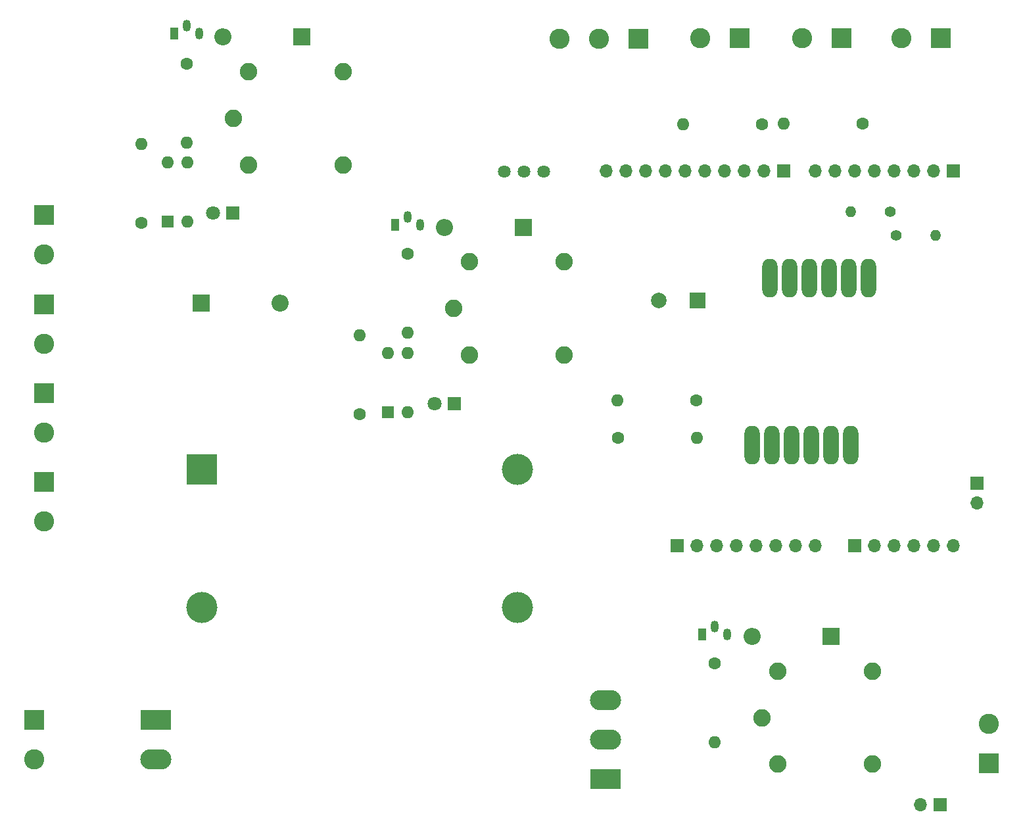
<source format=gbr>
%TF.GenerationSoftware,KiCad,Pcbnew,7.0.7*%
%TF.CreationDate,2025-08-28T15:07:29+07:00*%
%TF.ProjectId,uno-r4-shield-template,756e6f2d-7234-42d7-9368-69656c642d74,rev?*%
%TF.SameCoordinates,Original*%
%TF.FileFunction,Soldermask,Bot*%
%TF.FilePolarity,Negative*%
%FSLAX46Y46*%
G04 Gerber Fmt 4.6, Leading zero omitted, Abs format (unit mm)*
G04 Created by KiCad (PCBNEW 7.0.7) date 2025-08-28 15:07:29*
%MOMM*%
%LPD*%
G01*
G04 APERTURE LIST*
%ADD10R,1.050000X1.500000*%
%ADD11O,1.050000X1.500000*%
%ADD12O,2.200000X2.200000*%
%ADD13R,2.200000X2.200000*%
%ADD14C,2.250000*%
%ADD15C,2.600000*%
%ADD16R,2.600000X2.600000*%
%ADD17O,1.600000X1.600000*%
%ADD18C,1.600000*%
%ADD19R,1.700000X1.700000*%
%ADD20O,1.700000X1.700000*%
%ADD21C,1.400000*%
%ADD22O,1.400000X1.400000*%
%ADD23C,1.635000*%
%ADD24R,2.000000X2.000000*%
%ADD25C,2.000000*%
%ADD26R,1.600000X1.600000*%
%ADD27R,4.000000X2.600000*%
%ADD28O,4.000000X2.600000*%
%ADD29R,1.800000X1.800000*%
%ADD30C,1.800000*%
%ADD31O,2.000000X5.000000*%
%ADD32C,4.000000*%
%ADD33R,4.000000X4.000000*%
G04 APERTURE END LIST*
D10*
%TO.C,Q2*%
X101610000Y-41500000D03*
D11*
X103230000Y-40500000D03*
X104850000Y-41500000D03*
%TD*%
D10*
%TO.C,Q1*%
X130055000Y-66140000D03*
D11*
X131675000Y-65140000D03*
X133295000Y-66140000D03*
%TD*%
%TO.C,Q3*%
X172810000Y-118900000D03*
X171190000Y-117900000D03*
D10*
X169570000Y-118900000D03*
%TD*%
D12*
%TO.C,D6*%
X176040000Y-119100000D03*
D13*
X186200000Y-119100000D03*
%TD*%
D14*
%TO.C,K3*%
X179312500Y-123600000D03*
X191512500Y-123600000D03*
X191512500Y-135600000D03*
X179312500Y-135600000D03*
X177312500Y-129600000D03*
%TD*%
D15*
%TO.C,J15*%
X206520000Y-130400000D03*
D16*
X206520000Y-135480000D03*
%TD*%
D17*
%TO.C,R9*%
X171220000Y-132780000D03*
D18*
X171220000Y-122620000D03*
%TD*%
D19*
%TO.C,J19*%
X200200000Y-140800000D03*
D20*
X197660000Y-140800000D03*
%TD*%
D19*
%TO.C,J18*%
X205000000Y-99400000D03*
D20*
X205000000Y-101940000D03*
%TD*%
D21*
%TO.C,R8*%
X194560000Y-67500000D03*
D22*
X199640000Y-67500000D03*
%TD*%
D21*
%TO.C,R3*%
X193840000Y-64400000D03*
D22*
X188760000Y-64400000D03*
%TD*%
D13*
%TO.C,D4*%
X118060000Y-41900000D03*
D12*
X107900000Y-41900000D03*
%TD*%
D16*
%TO.C,J9*%
X84869042Y-76340427D03*
D15*
X84869042Y-81420427D03*
%TD*%
D18*
%TO.C,R7*%
X103200000Y-45360000D03*
D17*
X103200000Y-55520000D03*
%TD*%
D13*
%TO.C,D7*%
X105040000Y-76200000D03*
D12*
X115200000Y-76200000D03*
%TD*%
D23*
%TO.C,S1*%
X149180000Y-59300000D03*
X146640000Y-59300000D03*
X144100000Y-59300000D03*
%TD*%
D18*
%TO.C,R2*%
X158711733Y-93600000D03*
D17*
X168871733Y-93600000D03*
%TD*%
D16*
%TO.C,J6*%
X187500000Y-42100000D03*
D15*
X182420000Y-42100000D03*
%TD*%
D24*
%TO.C,C1*%
X169000000Y-75900000D03*
D25*
X164000000Y-75900000D03*
%TD*%
D18*
%TO.C,R5*%
X97400000Y-65840000D03*
D17*
X97400000Y-55680000D03*
%TD*%
D26*
%TO.C,U3*%
X100725000Y-65700000D03*
D17*
X103265000Y-65700000D03*
X103265000Y-58080000D03*
X100725000Y-58080000D03*
%TD*%
D26*
%TO.C,U2*%
X129160000Y-90300000D03*
D17*
X131700000Y-90300000D03*
X131700000Y-82680000D03*
X129160000Y-82680000D03*
%TD*%
D18*
%TO.C,R1*%
X168851733Y-88700000D03*
D17*
X158691733Y-88700000D03*
%TD*%
D16*
%TO.C,J20*%
X161380000Y-42200000D03*
D15*
X156300000Y-42200000D03*
X151220000Y-42200000D03*
%TD*%
D27*
%TO.C,J12*%
X99205000Y-129925000D03*
D28*
X99205000Y-135005000D03*
%TD*%
D16*
%TO.C,J7*%
X84869042Y-99240427D03*
D15*
X84869042Y-104320427D03*
%TD*%
D16*
%TO.C,J16*%
X83605000Y-129925000D03*
D15*
X83605000Y-135005000D03*
%TD*%
D14*
%TO.C,K1*%
X137620000Y-76880000D03*
X139620000Y-82880000D03*
X151820000Y-82880000D03*
X151820000Y-70880000D03*
X139620000Y-70880000D03*
%TD*%
D16*
%TO.C,J3*%
X200300000Y-42100000D03*
D15*
X195220000Y-42100000D03*
%TD*%
D16*
%TO.C,J14*%
X174400000Y-42105000D03*
D15*
X169320000Y-42105000D03*
%TD*%
D18*
%TO.C,R4*%
X125445000Y-90500000D03*
D17*
X125445000Y-80340000D03*
%TD*%
D29*
%TO.C,D2*%
X109175000Y-64600000D03*
D30*
X106635000Y-64600000D03*
%TD*%
D16*
%TO.C,J8*%
X84869042Y-87775427D03*
D15*
X84869042Y-92855427D03*
%TD*%
D18*
%TO.C,R12*%
X177260000Y-53200000D03*
D17*
X167100000Y-53200000D03*
%TD*%
D31*
%TO.C,GSM_Module1*%
X190991733Y-73000000D03*
X188451733Y-73000000D03*
X185911733Y-73000000D03*
X183371733Y-73000000D03*
X180831733Y-73000000D03*
X178291733Y-73000000D03*
X188691733Y-94500000D03*
X186151733Y-94500000D03*
X183611733Y-94500000D03*
X181071733Y-94500000D03*
X178531733Y-94500000D03*
X175991733Y-94500000D03*
%TD*%
D13*
%TO.C,D3*%
X146600000Y-66480000D03*
D12*
X136440000Y-66480000D03*
%TD*%
D32*
%TO.C,U1*%
X145820000Y-97610000D03*
X145820000Y-115390000D03*
X105180000Y-115390000D03*
D33*
X105180000Y-97610000D03*
%TD*%
D29*
%TO.C,D1*%
X137700000Y-89180000D03*
D30*
X135160000Y-89180000D03*
%TD*%
D18*
%TO.C,R6*%
X131700000Y-69840000D03*
D17*
X131700000Y-80000000D03*
%TD*%
D18*
%TO.C,R11*%
X190215000Y-53105000D03*
D17*
X180055000Y-53105000D03*
%TD*%
D16*
%TO.C,J13*%
X84869042Y-64840427D03*
D15*
X84869042Y-69920427D03*
%TD*%
D27*
%TO.C,J17*%
X157105000Y-137485000D03*
D28*
X157105000Y-132405000D03*
X157105000Y-127325000D03*
%TD*%
D14*
%TO.C,K2*%
X109200000Y-52400000D03*
X111200000Y-58400000D03*
X123400000Y-58400000D03*
X123400000Y-46400000D03*
X111200000Y-46400000D03*
%TD*%
D19*
%TO.C,J1*%
X166361733Y-107465000D03*
D20*
X168901733Y-107465000D03*
X171441733Y-107465000D03*
X173981733Y-107465000D03*
X176521733Y-107465000D03*
X179061733Y-107465000D03*
X181601733Y-107465000D03*
X184141733Y-107465000D03*
%TD*%
D19*
%TO.C,J4*%
X180091733Y-59200000D03*
D20*
X177551733Y-59200000D03*
X175011733Y-59200000D03*
X172471733Y-59200000D03*
X169931733Y-59200000D03*
X167391733Y-59200000D03*
X164851733Y-59200000D03*
X162311733Y-59200000D03*
X159771733Y-59200000D03*
X157231733Y-59200000D03*
%TD*%
D19*
%TO.C,J2*%
X189226733Y-107465000D03*
D20*
X191766733Y-107465000D03*
X194306733Y-107465000D03*
X196846733Y-107465000D03*
X199386733Y-107465000D03*
X201926733Y-107465000D03*
%TD*%
D19*
%TO.C,J5*%
X201891733Y-59200000D03*
D20*
X199351733Y-59200000D03*
X196811733Y-59200000D03*
X194271733Y-59200000D03*
X191731733Y-59200000D03*
X189191733Y-59200000D03*
X186651733Y-59200000D03*
X184111733Y-59200000D03*
%TD*%
M02*

</source>
